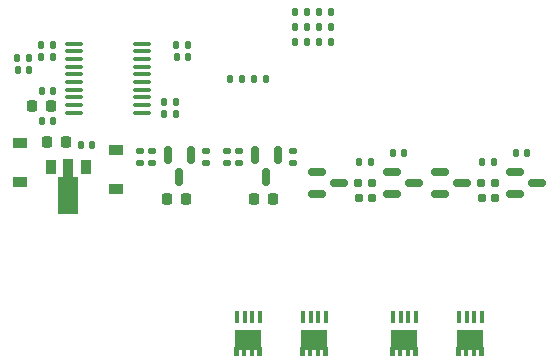
<source format=gbr>
%TF.GenerationSoftware,KiCad,Pcbnew,6.0.0*%
%TF.CreationDate,2022-01-04T02:05:38+02:00*%
%TF.ProjectId,pwm-controller,70776d2d-636f-46e7-9472-6f6c6c65722e,rev?*%
%TF.SameCoordinates,Original*%
%TF.FileFunction,Paste,Top*%
%TF.FilePolarity,Positive*%
%FSLAX46Y46*%
G04 Gerber Fmt 4.6, Leading zero omitted, Abs format (unit mm)*
G04 Created by KiCad (PCBNEW 6.0.0) date 2022-01-04 02:05:38*
%MOMM*%
%LPD*%
G01*
G04 APERTURE LIST*
G04 Aperture macros list*
%AMRoundRect*
0 Rectangle with rounded corners*
0 $1 Rounding radius*
0 $2 $3 $4 $5 $6 $7 $8 $9 X,Y pos of 4 corners*
0 Add a 4 corners polygon primitive as box body*
4,1,4,$2,$3,$4,$5,$6,$7,$8,$9,$2,$3,0*
0 Add four circle primitives for the rounded corners*
1,1,$1+$1,$2,$3*
1,1,$1+$1,$4,$5*
1,1,$1+$1,$6,$7*
1,1,$1+$1,$8,$9*
0 Add four rect primitives between the rounded corners*
20,1,$1+$1,$2,$3,$4,$5,0*
20,1,$1+$1,$4,$5,$6,$7,0*
20,1,$1+$1,$6,$7,$8,$9,0*
20,1,$1+$1,$8,$9,$2,$3,0*%
%AMFreePoly0*
4,1,9,3.862500,-0.866500,0.737500,-0.866500,0.737500,-0.450000,-0.737500,-0.450000,-0.737500,0.450000,0.737500,0.450000,0.737500,0.866500,3.862500,0.866500,3.862500,-0.866500,3.862500,-0.866500,$1*%
%AMFreePoly1*
4,1,21,1.372500,0.787500,0.862500,0.787500,0.862500,0.532500,1.372500,0.532500,1.372500,0.127500,0.862500,0.127500,0.862500,-0.127500,1.372500,-0.127500,1.372500,-0.532500,0.862500,-0.532500,0.862500,-0.787500,1.372500,-0.787500,1.372500,-1.195000,0.612500,-1.195000,0.612500,-1.117500,-0.862500,-1.117500,-0.862500,1.117500,0.612500,1.117500,0.612500,1.195000,1.372500,1.195000,
1.372500,0.787500,1.372500,0.787500,$1*%
G04 Aperture macros list end*
%ADD10RoundRect,0.225000X-0.225000X-0.250000X0.225000X-0.250000X0.225000X0.250000X-0.225000X0.250000X0*%
%ADD11RoundRect,0.155000X0.212500X0.155000X-0.212500X0.155000X-0.212500X-0.155000X0.212500X-0.155000X0*%
%ADD12RoundRect,0.150000X-0.587500X-0.150000X0.587500X-0.150000X0.587500X0.150000X-0.587500X0.150000X0*%
%ADD13RoundRect,0.160000X-0.197500X-0.160000X0.197500X-0.160000X0.197500X0.160000X-0.197500X0.160000X0*%
%ADD14RoundRect,0.135000X0.135000X0.185000X-0.135000X0.185000X-0.135000X-0.185000X0.135000X-0.185000X0*%
%ADD15RoundRect,0.140000X0.140000X0.170000X-0.140000X0.170000X-0.140000X-0.170000X0.140000X-0.170000X0*%
%ADD16RoundRect,0.140000X-0.140000X-0.170000X0.140000X-0.170000X0.140000X0.170000X-0.140000X0.170000X0*%
%ADD17R,0.900000X1.300000*%
%ADD18FreePoly0,270.000000*%
%ADD19RoundRect,0.135000X-0.135000X-0.185000X0.135000X-0.185000X0.135000X0.185000X-0.135000X0.185000X0*%
%ADD20RoundRect,0.150000X-0.150000X0.587500X-0.150000X-0.587500X0.150000X-0.587500X0.150000X0.587500X0*%
%ADD21RoundRect,0.135000X0.185000X-0.135000X0.185000X0.135000X-0.185000X0.135000X-0.185000X-0.135000X0*%
%ADD22RoundRect,0.218750X0.218750X0.256250X-0.218750X0.256250X-0.218750X-0.256250X0.218750X-0.256250X0*%
%ADD23R,1.200000X0.900000*%
%ADD24RoundRect,0.225000X0.225000X0.250000X-0.225000X0.250000X-0.225000X-0.250000X0.225000X-0.250000X0*%
%ADD25R,0.405000X0.990000*%
%ADD26FreePoly1,270.000000*%
%ADD27RoundRect,0.135000X-0.185000X0.135000X-0.185000X-0.135000X0.185000X-0.135000X0.185000X0.135000X0*%
%ADD28RoundRect,0.100000X-0.637500X-0.100000X0.637500X-0.100000X0.637500X0.100000X-0.637500X0.100000X0*%
G04 APERTURE END LIST*
D10*
%TO.C,C1*%
X81521000Y-94234000D03*
X83071000Y-94234000D03*
%TD*%
D11*
%TO.C,C12*%
X109025500Y-99022000D03*
X107890500Y-99022000D03*
%TD*%
D12*
%TO.C,Q1*%
X110695500Y-96802000D03*
X110695500Y-98702000D03*
X112570500Y-97752000D03*
%TD*%
%TO.C,Q2*%
X104345500Y-96802000D03*
X104345500Y-98702000D03*
X106220500Y-97752000D03*
%TD*%
D13*
%TO.C,R13*%
X107860500Y-97752000D03*
X109055500Y-97752000D03*
%TD*%
D14*
%TO.C,R12*%
X108968000Y-95974000D03*
X107948000Y-95974000D03*
%TD*%
D11*
%TO.C,C14*%
X119439500Y-99022000D03*
X118304500Y-99022000D03*
%TD*%
D12*
%TO.C,Q5*%
X121109500Y-96802000D03*
X121109500Y-98702000D03*
X122984500Y-97752000D03*
%TD*%
%TO.C,Q6*%
X114759500Y-96802000D03*
X114759500Y-98702000D03*
X116634500Y-97752000D03*
%TD*%
D13*
%TO.C,R15*%
X118274500Y-97752000D03*
X119469500Y-97752000D03*
%TD*%
D14*
%TO.C,R14*%
X119382000Y-95974000D03*
X118362000Y-95974000D03*
%TD*%
D15*
%TO.C,C11*%
X122174000Y-95212000D03*
X121214000Y-95212000D03*
%TD*%
%TO.C,C13*%
X111760000Y-95212000D03*
X110800000Y-95212000D03*
%TD*%
D16*
%TO.C,C4*%
X102517000Y-83274000D03*
X103477000Y-83274000D03*
%TD*%
%TO.C,C5*%
X102517000Y-84544000D03*
X103477000Y-84544000D03*
%TD*%
%TO.C,C6*%
X102517000Y-85814000D03*
X103477000Y-85814000D03*
%TD*%
D17*
%TO.C,U1*%
X84812000Y-96394000D03*
D18*
X83312000Y-96481500D03*
D17*
X81812000Y-96394000D03*
%TD*%
D14*
%TO.C,R1*%
X105539000Y-83274000D03*
X104519000Y-83274000D03*
%TD*%
D19*
%TO.C,R5*%
X104519000Y-85814000D03*
X105539000Y-85814000D03*
%TD*%
D14*
%TO.C,R2*%
X105539000Y-84544000D03*
X104519000Y-84544000D03*
%TD*%
D20*
%TO.C,Q9*%
X93660000Y-95379300D03*
X91760000Y-95379300D03*
X92710000Y-97254300D03*
%TD*%
%TO.C,Q10*%
X101026000Y-95379300D03*
X99126000Y-95379300D03*
X100076000Y-97254300D03*
%TD*%
D21*
%TO.C,R18*%
X94996000Y-96064800D03*
X94996000Y-95044800D03*
%TD*%
%TO.C,R21*%
X102362000Y-96064800D03*
X102362000Y-95044800D03*
%TD*%
D22*
%TO.C,D4*%
X93243500Y-99110800D03*
X91668500Y-99110800D03*
%TD*%
%TO.C,D3*%
X100609500Y-99110800D03*
X99034500Y-99110800D03*
%TD*%
D19*
%TO.C,R3*%
X97026000Y-88900000D03*
X98046000Y-88900000D03*
%TD*%
D14*
%TO.C,R4*%
X100078000Y-88900000D03*
X99058000Y-88900000D03*
%TD*%
D15*
%TO.C,C2*%
X85316000Y-94488000D03*
X84356000Y-94488000D03*
%TD*%
D23*
%TO.C,D1*%
X79248000Y-94362000D03*
X79248000Y-97662000D03*
%TD*%
D16*
%TO.C,C8*%
X81054000Y-89916000D03*
X82014000Y-89916000D03*
%TD*%
D24*
%TO.C,C10*%
X81801000Y-91186000D03*
X80251000Y-91186000D03*
%TD*%
D23*
%TO.C,D2*%
X87376000Y-98220800D03*
X87376000Y-94920800D03*
%TD*%
D25*
%TO.C,Q3*%
X112750000Y-109055000D03*
X112090000Y-109055000D03*
X111430000Y-109055000D03*
X110770000Y-109055000D03*
D26*
X111760000Y-111047500D03*
%TD*%
D25*
%TO.C,Q7*%
X99542000Y-109055000D03*
X98882000Y-109055000D03*
X98222000Y-109055000D03*
X97562000Y-109055000D03*
D26*
X98552000Y-111047500D03*
%TD*%
D27*
%TO.C,R16*%
X89408000Y-95044800D03*
X89408000Y-96064800D03*
%TD*%
%TO.C,R17*%
X90424000Y-95044800D03*
X90424000Y-96064800D03*
%TD*%
%TO.C,R19*%
X96774000Y-95044800D03*
X96774000Y-96064800D03*
%TD*%
%TO.C,R20*%
X97790000Y-95044800D03*
X97790000Y-96064800D03*
%TD*%
D25*
%TO.C,Q4*%
X118338000Y-109055000D03*
X117678000Y-109055000D03*
X117018000Y-109055000D03*
X116358000Y-109055000D03*
D26*
X117348000Y-111047500D03*
%TD*%
D25*
%TO.C,Q8*%
X105130000Y-109055000D03*
X104470000Y-109055000D03*
X103810000Y-109055000D03*
X103150000Y-109055000D03*
D26*
X104140000Y-111047500D03*
%TD*%
D15*
%TO.C,C3*%
X93444000Y-87084000D03*
X92484000Y-87084000D03*
%TD*%
D19*
%TO.C,R11*%
X78992000Y-87122000D03*
X80012000Y-87122000D03*
%TD*%
D14*
%TO.C,R8*%
X93474000Y-86068000D03*
X92454000Y-86068000D03*
%TD*%
%TO.C,R6*%
X92458000Y-90894000D03*
X91438000Y-90894000D03*
%TD*%
D19*
%TO.C,R10*%
X81024000Y-87084000D03*
X82044000Y-87084000D03*
%TD*%
D16*
%TO.C,C7*%
X81054000Y-92456000D03*
X82014000Y-92456000D03*
%TD*%
D28*
%TO.C,U2*%
X83786500Y-85929000D03*
X83786500Y-86579000D03*
X83786500Y-87229000D03*
X83786500Y-87879000D03*
X83786500Y-88529000D03*
X83786500Y-89179000D03*
X83786500Y-89829000D03*
X83786500Y-90479000D03*
X83786500Y-91129000D03*
X83786500Y-91779000D03*
X89511500Y-91779000D03*
X89511500Y-91129000D03*
X89511500Y-90479000D03*
X89511500Y-89829000D03*
X89511500Y-89179000D03*
X89511500Y-88529000D03*
X89511500Y-87879000D03*
X89511500Y-87229000D03*
X89511500Y-86579000D03*
X89511500Y-85929000D03*
%TD*%
D15*
%TO.C,C9*%
X79982000Y-88138000D03*
X79022000Y-88138000D03*
%TD*%
D14*
%TO.C,R7*%
X92458000Y-91910000D03*
X91438000Y-91910000D03*
%TD*%
D19*
%TO.C,R9*%
X81024000Y-86068000D03*
X82044000Y-86068000D03*
%TD*%
M02*

</source>
